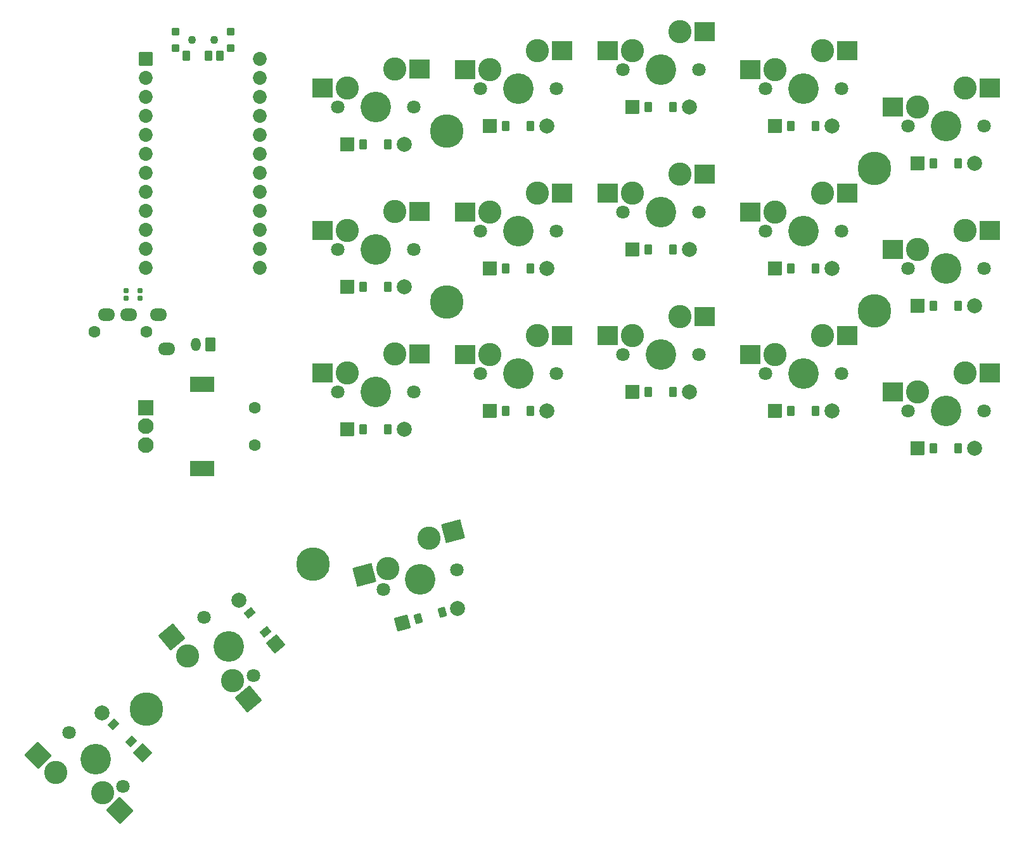
<source format=gbr>
%TF.GenerationSoftware,KiCad,Pcbnew,7.0.10*%
%TF.CreationDate,2024-01-22T21:29:34+02:00*%
%TF.ProjectId,juubo_right_final,6a757562-6f5f-4726-9967-68745f66696e,v1.0.0*%
%TF.SameCoordinates,Original*%
%TF.FileFunction,Soldermask,Bot*%
%TF.FilePolarity,Negative*%
%FSLAX46Y46*%
G04 Gerber Fmt 4.6, Leading zero omitted, Abs format (unit mm)*
G04 Created by KiCad (PCBNEW 7.0.10) date 2024-01-22 21:29:34*
%MOMM*%
%LPD*%
G01*
G04 APERTURE LIST*
G04 Aperture macros list*
%AMRoundRect*
0 Rectangle with rounded corners*
0 $1 Rounding radius*
0 $2 $3 $4 $5 $6 $7 $8 $9 X,Y pos of 4 corners*
0 Add a 4 corners polygon primitive as box body*
4,1,4,$2,$3,$4,$5,$6,$7,$8,$9,$2,$3,0*
0 Add four circle primitives for the rounded corners*
1,1,$1+$1,$2,$3*
1,1,$1+$1,$4,$5*
1,1,$1+$1,$6,$7*
1,1,$1+$1,$8,$9*
0 Add four rect primitives between the rounded corners*
20,1,$1+$1,$2,$3,$4,$5,0*
20,1,$1+$1,$4,$5,$6,$7,0*
20,1,$1+$1,$6,$7,$8,$9,0*
20,1,$1+$1,$8,$9,$2,$3,0*%
G04 Aperture macros list end*
%ADD10RoundRect,0.050000X-0.450000X-0.450000X0.450000X-0.450000X0.450000X0.450000X-0.450000X0.450000X0*%
%ADD11C,1.100000*%
%ADD12RoundRect,0.050000X-0.450000X-0.625000X0.450000X-0.625000X0.450000X0.625000X-0.450000X0.625000X0*%
%ADD13RoundRect,0.050000X-0.889000X-0.889000X0.889000X-0.889000X0.889000X0.889000X-0.889000X0.889000X0*%
%ADD14RoundRect,0.050000X-0.450000X-0.600000X0.450000X-0.600000X0.450000X0.600000X-0.450000X0.600000X0*%
%ADD15C,2.005000*%
%ADD16C,0.800000*%
%ADD17C,4.500000*%
%ADD18C,1.801800*%
%ADD19C,3.100000*%
%ADD20C,4.087800*%
%ADD21RoundRect,0.050000X-1.275000X-1.250000X1.275000X-1.250000X1.275000X1.250000X-1.275000X1.250000X0*%
%ADD22C,1.600000*%
%ADD23O,2.300000X1.700000*%
%ADD24RoundRect,0.050000X0.600000X0.850000X-0.600000X0.850000X-0.600000X-0.850000X0.600000X-0.850000X0*%
%ADD25O,1.300000X1.800000*%
%ADD26RoundRect,0.050000X1.785445X-0.017678X-0.017678X1.785445X-1.785445X0.017678X0.017678X-1.785445X0*%
%ADD27RoundRect,0.050000X1.777110X-0.173222X0.138001X1.780191X-1.777110X0.173222X-0.138001X-1.780191X0*%
%ADD28RoundRect,0.050000X-0.876300X0.876300X-0.876300X-0.876300X0.876300X-0.876300X0.876300X0.876300X0*%
%ADD29C,1.852600*%
%ADD30RoundRect,0.050000X1.252452X-0.109575X0.109575X1.252452X-1.252452X0.109575X-0.109575X-1.252452X0*%
%ADD31RoundRect,0.050000X0.748881X0.040953X0.170372X0.730393X-0.748881X-0.040953X-0.170372X-0.730393X0*%
%ADD32RoundRect,0.050000X-0.628618X-1.088798X1.088798X-0.628618X0.628618X1.088798X-1.088798X0.628618X0*%
%ADD33RoundRect,0.050000X-0.279375X-0.696024X0.589958X-0.463087X0.279375X0.696024X-0.589958X0.463087X0*%
%ADD34RoundRect,0.050000X-0.908032X-1.537402X1.555079X-0.877413X0.908032X1.537402X-1.555079X0.877413X0*%
%ADD35RoundRect,0.050000X1.257236X0.000000X0.000000X1.257236X-1.257236X0.000000X0.000000X-1.257236X0*%
%ADD36RoundRect,0.050000X0.742462X0.106066X0.106066X0.742462X-0.742462X-0.106066X-0.106066X-0.742462X0*%
%ADD37RoundRect,0.050000X-1.600000X-1.000000X1.600000X-1.000000X1.600000X1.000000X-1.600000X1.000000X0*%
%ADD38RoundRect,0.050000X-1.000000X-1.000000X1.000000X-1.000000X1.000000X1.000000X-1.000000X1.000000X0*%
%ADD39C,2.100000*%
%ADD40RoundRect,0.102000X-0.250000X0.237500X-0.250000X-0.237500X0.250000X-0.237500X0.250000X0.237500X0*%
G04 APERTURE END LIST*
D10*
%TO.C,T1*%
X288252306Y-51209506D03*
X288252306Y-53409506D03*
D11*
X290452306Y-52309506D03*
X293452306Y-52309506D03*
D10*
X295652306Y-51209506D03*
X295652306Y-53409506D03*
D12*
X289702306Y-54384506D03*
X292702306Y-54384506D03*
X294202306Y-54384506D03*
%TD*%
D13*
%TO.C,D10*%
X330242303Y-101899005D03*
D14*
X332402303Y-101899005D03*
X335702303Y-101899005D03*
D15*
X337862303Y-101899005D03*
%TD*%
D16*
%TO.C,_2*%
X322877304Y-64514005D03*
X323360578Y-63347279D03*
X323360578Y-65680731D03*
X324527304Y-62864005D03*
D17*
X324527304Y-64514005D03*
D16*
X324527304Y-66164005D03*
X325694030Y-63347279D03*
X325694030Y-65680731D03*
X326177304Y-64514005D03*
%TD*%
D13*
%TO.C,D1*%
X387392306Y-106899003D03*
D14*
X389552306Y-106899003D03*
X392852306Y-106899003D03*
D15*
X395012306Y-106899003D03*
%TD*%
D13*
%TO.C,D8*%
X349292303Y-80349006D03*
D14*
X351452303Y-80349006D03*
X354752303Y-80349006D03*
D15*
X356912303Y-80349006D03*
%TD*%
D18*
%TO.C,S13*%
X309922303Y-99399003D03*
D19*
X311192303Y-96859003D03*
D20*
X315002303Y-99399003D03*
D19*
X317542303Y-94319003D03*
D18*
X320082303Y-99399003D03*
D21*
X307917303Y-96859003D03*
X320844303Y-94319003D03*
%TD*%
D22*
%TO.C,TRRS1*%
X277417306Y-91329005D03*
X284417306Y-91329005D03*
D23*
X287117306Y-93629005D03*
X286017306Y-89029005D03*
X282017306Y-89029005D03*
X279017306Y-89029005D03*
%TD*%
D13*
%TO.C,D14*%
X311192307Y-85349004D03*
D14*
X313352307Y-85349004D03*
X316652307Y-85349004D03*
D15*
X318812307Y-85349004D03*
%TD*%
D16*
%TO.C,_6*%
X322877308Y-87374005D03*
X323360582Y-86207279D03*
X323360582Y-88540731D03*
X324527308Y-85724005D03*
D17*
X324527308Y-87374005D03*
D16*
X324527308Y-89024005D03*
X325694034Y-86207279D03*
X325694034Y-88540731D03*
X326177308Y-87374005D03*
%TD*%
D18*
%TO.C,S4*%
X367072304Y-96899007D03*
D19*
X368342304Y-94359007D03*
D20*
X372152304Y-96899007D03*
D19*
X374692304Y-91819007D03*
D18*
X377232304Y-96899007D03*
D21*
X365067304Y-94359007D03*
X377994304Y-91819007D03*
%TD*%
D18*
%TO.C,S6*%
X367072305Y-58799003D03*
D19*
X368342305Y-56259003D03*
D20*
X372152305Y-58799003D03*
D19*
X374692305Y-53719003D03*
D18*
X377232305Y-58799003D03*
D21*
X365067305Y-56259003D03*
X377994305Y-53719003D03*
%TD*%
D18*
%TO.C,S14*%
X309922305Y-80349004D03*
D19*
X311192305Y-77809004D03*
D20*
X315002305Y-80349004D03*
D19*
X317542305Y-75269004D03*
D18*
X320082305Y-80349004D03*
D21*
X307917305Y-77809004D03*
X320844305Y-75269004D03*
%TD*%
D13*
%TO.C,D2*%
X387392303Y-87849005D03*
D14*
X389552303Y-87849005D03*
X392852303Y-87849005D03*
D15*
X395012303Y-87849005D03*
%TD*%
D18*
%TO.C,S8*%
X348022305Y-75349005D03*
D19*
X349292305Y-72809005D03*
D20*
X353102305Y-75349005D03*
D19*
X355642305Y-70269005D03*
D18*
X358182305Y-75349005D03*
D21*
X346017305Y-72809005D03*
X358944305Y-70269005D03*
%TD*%
D16*
%TO.C,_1*%
X380027304Y-69514005D03*
X380510578Y-68347279D03*
X380510578Y-70680731D03*
X381677304Y-67864005D03*
D17*
X381677304Y-69514005D03*
D16*
X381677304Y-71164005D03*
X382844030Y-68347279D03*
X382844030Y-70680731D03*
X383327304Y-69514005D03*
%TD*%
D13*
%TO.C,D12*%
X330242306Y-63799006D03*
D14*
X332402306Y-63799006D03*
X335702306Y-63799006D03*
D15*
X337862306Y-63799006D03*
%TD*%
D13*
%TO.C,D4*%
X368342303Y-101899007D03*
D14*
X370502303Y-101899007D03*
X373802303Y-101899007D03*
D15*
X375962303Y-101899007D03*
%TD*%
D13*
%TO.C,D7*%
X349292302Y-99399004D03*
D14*
X351452302Y-99399004D03*
X354752302Y-99399004D03*
D15*
X356912302Y-99399004D03*
%TD*%
D24*
%TO.C,JST1*%
X292952304Y-93026507D03*
D25*
X290952304Y-93026507D03*
%TD*%
D18*
%TO.C,S18*%
X281239203Y-152081414D03*
D19*
X278545127Y-152979440D03*
D20*
X277647101Y-148489312D03*
D19*
X272258947Y-150285363D03*
D18*
X274054999Y-144897210D03*
D26*
X280860901Y-155295215D03*
X269924081Y-147950497D03*
%TD*%
D18*
%TO.C,S7*%
X348022306Y-94399003D03*
D19*
X349292306Y-91859003D03*
D20*
X353102306Y-94399003D03*
D19*
X355642306Y-89319003D03*
D18*
X358182306Y-94399003D03*
D21*
X346017306Y-91859003D03*
X358944306Y-89319003D03*
%TD*%
D18*
%TO.C,S17*%
X298657011Y-137273420D03*
D19*
X295894918Y-137933224D03*
D20*
X295391650Y-133381914D03*
D19*
X289867464Y-134701522D03*
D18*
X292126289Y-129490408D03*
D27*
X298000047Y-140442019D03*
X287744979Y-132172043D03*
%TD*%
D13*
%TO.C,D13*%
X311192301Y-104399010D03*
D14*
X313352301Y-104399010D03*
X316652301Y-104399010D03*
D15*
X318812301Y-104399010D03*
%TD*%
D28*
%TO.C,MCU1*%
X284332304Y-54854005D03*
D29*
X284332304Y-57394005D03*
X284332304Y-59934005D03*
X284332304Y-62474005D03*
X284332304Y-65014005D03*
X284332304Y-67554005D03*
X284332304Y-70094005D03*
X284332304Y-72634005D03*
X284332304Y-75174005D03*
X284332304Y-77714005D03*
X284332304Y-80254005D03*
X284332304Y-82794005D03*
X299572304Y-54854005D03*
X299572304Y-57394005D03*
X299572304Y-59934005D03*
X299572304Y-62474005D03*
X299572304Y-65014005D03*
X299572304Y-67554005D03*
X299572304Y-70094005D03*
X299572304Y-72634005D03*
X299572304Y-75174005D03*
X299572304Y-77714005D03*
X299572304Y-80254005D03*
X299572304Y-82794005D03*
%TD*%
D13*
%TO.C,D6*%
X368342304Y-63799004D03*
D14*
X370502304Y-63799004D03*
X373802304Y-63799004D03*
D15*
X375962304Y-63799004D03*
%TD*%
D13*
%TO.C,D11*%
X330242306Y-82849006D03*
D14*
X332402306Y-82849006D03*
X335702306Y-82849006D03*
D15*
X337862306Y-82849006D03*
%TD*%
D18*
%TO.C,S12*%
X328972307Y-58799004D03*
D19*
X330242307Y-56259004D03*
D20*
X334052307Y-58799004D03*
D19*
X336592307Y-53719004D03*
D18*
X339132307Y-58799004D03*
D21*
X326967307Y-56259004D03*
X339894307Y-53719004D03*
%TD*%
D30*
%TO.C,D17*%
X301670894Y-133086603D03*
D31*
X300282473Y-131431947D03*
X298161273Y-128904001D03*
D15*
X296772852Y-127249345D03*
%TD*%
D13*
%TO.C,D15*%
X311192302Y-66299007D03*
D14*
X313352302Y-66299007D03*
X316652302Y-66299007D03*
D15*
X318812302Y-66299007D03*
%TD*%
D32*
%TO.C,D16*%
X318616224Y-130264736D03*
D33*
X320702623Y-129705686D03*
X323890179Y-128851584D03*
D15*
X325976578Y-128292534D03*
%TD*%
D18*
%TO.C,S16*%
X316095403Y-125763806D03*
D19*
X316664728Y-122981654D03*
D20*
X321002306Y-124449005D03*
D19*
X322140957Y-118884701D03*
D18*
X325909209Y-123134204D03*
D34*
X313501321Y-123829286D03*
X325330444Y-118030081D03*
%TD*%
D35*
%TO.C,D18*%
X283876713Y-147647856D03*
D36*
X282349362Y-146120505D03*
X280015910Y-143787053D03*
D15*
X278488559Y-142259702D03*
%TD*%
D13*
%TO.C,D3*%
X387392303Y-68799001D03*
D14*
X389552303Y-68799001D03*
X392852303Y-68799001D03*
D15*
X395012303Y-68799001D03*
%TD*%
D18*
%TO.C,S15*%
X309922302Y-61299005D03*
D19*
X311192302Y-58759005D03*
D20*
X315002302Y-61299005D03*
D19*
X317542302Y-56219005D03*
D18*
X320082302Y-61299005D03*
D21*
X307917302Y-58759005D03*
X320844302Y-56219005D03*
%TD*%
D13*
%TO.C,D5*%
X368342308Y-82849005D03*
D14*
X370502308Y-82849005D03*
X373802308Y-82849005D03*
D15*
X375962308Y-82849005D03*
%TD*%
D16*
%TO.C,_5*%
X285549019Y-142920846D03*
X284382293Y-143404120D03*
X286032293Y-141754120D03*
X283215567Y-142920846D03*
D17*
X284382293Y-141754120D03*
D16*
X285549019Y-140587394D03*
X282732293Y-141754120D03*
X284382293Y-140104120D03*
X283215567Y-140587394D03*
%TD*%
%TO.C,_4*%
X305048752Y-122807139D03*
X305213588Y-121555088D03*
X305817530Y-123809030D03*
X306215479Y-120786310D03*
D17*
X306642530Y-122380088D03*
D16*
X307069581Y-123973866D03*
X307467530Y-120951146D03*
X308071472Y-123205088D03*
X308236308Y-121953037D03*
%TD*%
D18*
%TO.C,S1*%
X386122306Y-101899006D03*
D19*
X387392306Y-99359006D03*
D20*
X391202306Y-101899006D03*
D19*
X393742306Y-96819006D03*
D18*
X396282306Y-101899006D03*
D21*
X384117306Y-99359006D03*
X397044306Y-96819006D03*
%TD*%
D13*
%TO.C,D9*%
X349292304Y-61299004D03*
D14*
X351452304Y-61299004D03*
X354752304Y-61299004D03*
D15*
X356912304Y-61299004D03*
%TD*%
D18*
%TO.C,S2*%
X386122307Y-82849002D03*
D19*
X387392307Y-80309002D03*
D20*
X391202307Y-82849002D03*
D19*
X393742307Y-77769002D03*
D18*
X396282307Y-82849002D03*
D21*
X384117307Y-80309002D03*
X397044307Y-77769002D03*
%TD*%
D18*
%TO.C,S11*%
X328972306Y-77849003D03*
D19*
X330242306Y-75309003D03*
D20*
X334052306Y-77849003D03*
D19*
X336592306Y-72769003D03*
D18*
X339132306Y-77849003D03*
D21*
X326967306Y-75309003D03*
X339894306Y-72769003D03*
%TD*%
D18*
%TO.C,S9*%
X348022303Y-56299002D03*
D19*
X349292303Y-53759002D03*
D20*
X353102303Y-56299002D03*
D19*
X355642303Y-51219002D03*
D18*
X358182303Y-56299002D03*
D21*
X346017303Y-53759002D03*
X358944303Y-51219002D03*
%TD*%
D16*
%TO.C,_3*%
X380027304Y-88564004D03*
X380510578Y-87397278D03*
X380510578Y-89730730D03*
X381677304Y-86914004D03*
D17*
X381677304Y-88564004D03*
D16*
X381677304Y-90214004D03*
X382844030Y-87397278D03*
X382844030Y-89730730D03*
X383327304Y-88564004D03*
%TD*%
D18*
%TO.C,S3*%
X386122302Y-63799003D03*
D19*
X387392302Y-61259003D03*
D20*
X391202302Y-63799003D03*
D19*
X393742302Y-58719003D03*
D18*
X396282302Y-63799003D03*
D21*
X384117302Y-61259003D03*
X397044302Y-58719003D03*
%TD*%
D18*
%TO.C,S5*%
X367072305Y-77849003D03*
D19*
X368342305Y-75309003D03*
D20*
X372152305Y-77849003D03*
D19*
X374692305Y-72769003D03*
D18*
X377232305Y-77849003D03*
D21*
X365067305Y-75309003D03*
X377994305Y-72769003D03*
%TD*%
D18*
%TO.C,S10*%
X328972308Y-96899004D03*
D19*
X330242308Y-94359004D03*
D20*
X334052308Y-96899004D03*
D19*
X336592308Y-91819004D03*
D18*
X339132308Y-96899004D03*
D21*
X326967308Y-94359004D03*
X339894308Y-91819004D03*
%TD*%
D37*
%TO.C,ROT1*%
X291832305Y-98369002D03*
X291832305Y-109569002D03*
D22*
X298832305Y-101469002D03*
X298832305Y-106469002D03*
D38*
X284332305Y-101469002D03*
D39*
X284332305Y-106469002D03*
X284332305Y-103969002D03*
%TD*%
D40*
%TO.C,DISP1*%
X281664801Y-85837005D03*
X281664801Y-86861005D03*
%TD*%
%TO.C,DISP2*%
X283569806Y-85837009D03*
X283569806Y-86861009D03*
%TD*%
M02*

</source>
